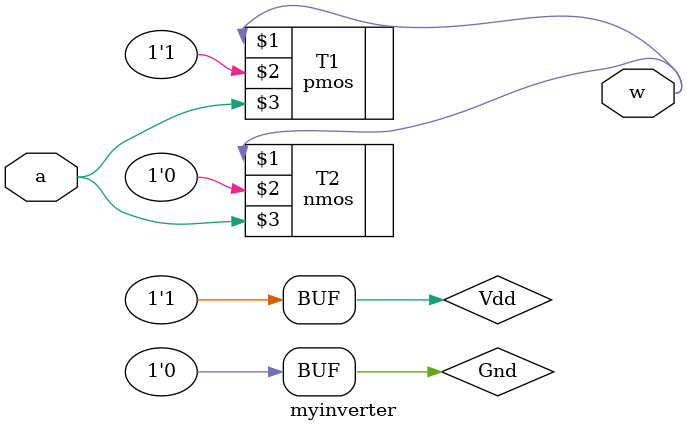
<source format=v>
 `timescale 1ns/1ns
module myinverter (input a, output w);
	supply1 Vdd;
	supply0 Gnd;
	pmos #(5,6,7) T1(w, Vdd, a);
	nmos #(3,4,5) T2(w, Gnd, a);
endmodule
</source>
